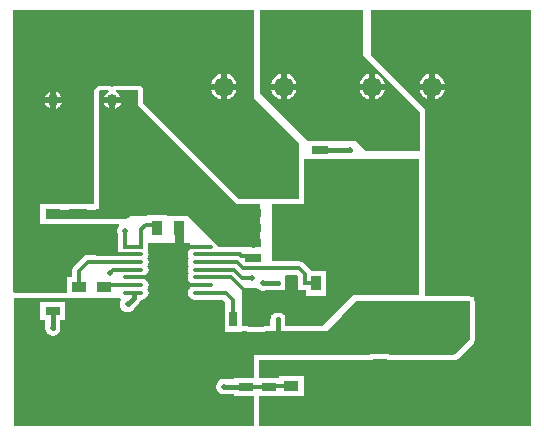
<source format=gtl>
G04*
G04 #@! TF.GenerationSoftware,Altium Limited,Altium Designer,21.6.1 (37)*
G04*
G04 Layer_Physical_Order=1*
G04 Layer_Color=255*
%FSLAX44Y44*%
%MOMM*%
G71*
G04*
G04 #@! TF.SameCoordinates,468A8F93-C8C4-43A0-AE5F-35C49DAE4A20*
G04*
G04*
G04 #@! TF.FilePolarity,Positive*
G04*
G01*
G75*
%ADD15O,1.7800X0.3560*%
%ADD16R,1.7800X0.3560*%
%ADD17R,3.0000X3.1000*%
%ADD18R,1.3000X0.7000*%
%ADD19R,1.3000X0.9000*%
%ADD20R,1.6000X0.9000*%
%ADD21R,0.9000X1.3000*%
%ADD22R,0.4000X0.4000*%
%ADD23R,0.7000X1.3000*%
%ADD24R,1.3720X0.7100*%
%ADD25R,3.8500X4.5200*%
%ADD26R,3.3000X3.6000*%
%ADD27R,0.8000X2.6500*%
%ADD45C,0.3560*%
%ADD46C,0.8000*%
%ADD47C,0.4000*%
%ADD48C,1.0000*%
%ADD49C,1.7000*%
%ADD50C,0.9000*%
%ADD51C,0.5000*%
G36*
X377190Y601980D02*
X461010Y518160D01*
X480060D01*
X480414Y517806D01*
Y481330D01*
X445770D01*
X419100Y508000D01*
X401590D01*
Y508340D01*
X384590D01*
Y508000D01*
X344170D01*
Y511175D01*
Y613410D01*
X344805Y614045D01*
X351969D01*
X352290Y612816D01*
X350570Y611824D01*
X349166Y610420D01*
X348174Y608700D01*
X348064Y608290D01*
X362336D01*
X362226Y608700D01*
X361233Y610420D01*
X359830Y611824D01*
X358110Y612816D01*
X358431Y614045D01*
X377190D01*
X377190Y601980D01*
D02*
G37*
G36*
X567690Y643890D02*
X615682Y595898D01*
Y562610D01*
X570230D01*
X561340Y571500D01*
X520700D01*
X480060Y612140D01*
Y681990D01*
X567690D01*
Y643890D01*
D02*
G37*
G36*
X475615Y607060D02*
X513080Y569595D01*
Y522308D01*
X490220D01*
X488659Y521998D01*
X488618Y521970D01*
X481409D01*
X480060Y522238D01*
X480060Y522238D01*
X462699D01*
X381268Y603669D01*
X381268Y614045D01*
X380958Y615606D01*
X380074Y616929D01*
X378751Y617813D01*
X377190Y618123D01*
X358431D01*
X358155Y618068D01*
X357873Y618085D01*
X357381Y617915D01*
X356870Y617813D01*
X356636Y617656D01*
X356370Y617564D01*
X356083Y617310D01*
X355200Y617036D01*
X354317Y617310D01*
X354030Y617564D01*
X353764Y617656D01*
X353530Y617813D01*
X353019Y617915D01*
X352527Y618085D01*
X352245Y618068D01*
X351969Y618123D01*
X344805D01*
X344805Y618123D01*
X343244Y617813D01*
X341921Y616929D01*
X341286Y616294D01*
X341286Y616294D01*
X340402Y614971D01*
X340092Y613410D01*
X340092Y613410D01*
Y518030D01*
X314390D01*
Y517770D01*
X294300D01*
Y500770D01*
X315300D01*
Y501030D01*
X348726D01*
X349250Y500961D01*
X349774Y501030D01*
X360502D01*
X361028Y499760D01*
X360559Y499291D01*
X359703Y497809D01*
X359260Y496156D01*
Y494444D01*
X359703Y492791D01*
X359867Y492507D01*
Y482290D01*
X359990Y481670D01*
Y476000D01*
X371475D01*
Y474673D01*
X334725D01*
X332469Y474225D01*
X330558Y472947D01*
X323242Y465632D01*
X321965Y463720D01*
X321516Y461465D01*
Y456150D01*
X316909D01*
Y442691D01*
X271780D01*
X271145Y443860D01*
Y444500D01*
Y681990D01*
X475615D01*
Y607060D01*
D02*
G37*
G36*
X614680Y440690D02*
X558800D01*
X532398Y414288D01*
X501348D01*
Y420614D01*
X501230Y421205D01*
Y424074D01*
X500134D01*
X499556Y424939D01*
X497571Y426265D01*
X495230Y426731D01*
X492889Y426265D01*
X490904Y424939D01*
X490326Y424074D01*
X489230D01*
Y421205D01*
X489113Y420614D01*
Y414288D01*
X484360D01*
X483011Y414020D01*
X470709D01*
X469360Y414288D01*
X465360D01*
Y430870D01*
X464820D01*
Y447040D01*
X477294D01*
X477399Y446859D01*
X478609Y445649D01*
X480091Y444793D01*
X481744Y444350D01*
X483456D01*
X484883Y444733D01*
X495230D01*
X495821Y444850D01*
X501230D01*
Y450259D01*
X501348Y450850D01*
X501230Y451441D01*
Y456850D01*
X502166Y457657D01*
X511093D01*
X512230Y456520D01*
Y444850D01*
X519210D01*
Y440350D01*
X536210D01*
Y461350D01*
X523514D01*
X522397Y463022D01*
X517702Y467717D01*
X515790Y468995D01*
X513535Y469443D01*
X490220D01*
Y518230D01*
X517280D01*
Y556260D01*
X614680D01*
Y440690D01*
D02*
G37*
G36*
X421003Y484507D02*
Y479447D01*
X419725Y477535D01*
X419277Y475280D01*
X419725Y473025D01*
X420390Y472030D01*
X419725Y471035D01*
X419277Y468780D01*
X419725Y466525D01*
X420390Y465530D01*
X419725Y464535D01*
X419277Y462280D01*
X419725Y460025D01*
X420390Y459030D01*
X419725Y458035D01*
X419277Y455780D01*
X419725Y453525D01*
X421003Y451613D01*
Y446947D01*
X419725Y445035D01*
X419277Y442780D01*
X419725Y440525D01*
X421003Y438613D01*
X422915Y437335D01*
X425170Y436887D01*
X448859D01*
X450549Y435197D01*
Y430870D01*
X450360D01*
Y409870D01*
X465360D01*
Y410210D01*
X469360D01*
Y409870D01*
X484360D01*
Y410210D01*
X538046D01*
X561440Y435610D01*
X657860D01*
Y402711D01*
X645779Y390630D01*
X644780D01*
Y389890D01*
X589660D01*
Y390630D01*
X573660D01*
Y389890D01*
X474980D01*
Y370205D01*
X458130D01*
Y369338D01*
X451863D01*
X450436Y369720D01*
X448724D01*
X447071Y369277D01*
X445589Y368421D01*
X444379Y367211D01*
X443523Y365729D01*
X443080Y364076D01*
Y362364D01*
X443523Y360711D01*
X444379Y359229D01*
X445589Y358019D01*
X447071Y357163D01*
X448724Y356720D01*
X450436D01*
X451863Y357103D01*
X458130D01*
Y355205D01*
X474980D01*
Y330200D01*
X271780D01*
Y438613D01*
X361603D01*
X362832Y437791D01*
X362926Y436838D01*
X362071Y435356D01*
X361628Y433703D01*
Y431991D01*
X362071Y430338D01*
X362926Y428856D01*
X364137Y427646D01*
X365619Y426790D01*
X367272Y426347D01*
X368983D01*
X370636Y426790D01*
X372119Y427646D01*
X373329Y428856D01*
X374185Y430338D01*
X374260Y430620D01*
X377706Y434066D01*
X379032Y436051D01*
X379198Y436887D01*
X380010D01*
X382265Y437335D01*
X384177Y438613D01*
X385455Y440525D01*
X385903Y442780D01*
X385455Y445035D01*
X384790Y446030D01*
X385455Y447025D01*
X385903Y449280D01*
X385455Y451535D01*
X384177Y453447D01*
X382265Y454725D01*
X380010Y455173D01*
Y456387D01*
X382265Y456835D01*
X384177Y458113D01*
X385455Y460025D01*
X385903Y462280D01*
X385455Y464535D01*
X384790Y465530D01*
X385455Y466525D01*
X385903Y468780D01*
X385455Y471035D01*
X384790Y472030D01*
X385455Y473025D01*
X385794Y474732D01*
X385903Y475280D01*
X385790Y476000D01*
X385790D01*
Y485140D01*
X420370D01*
X421003Y484507D01*
D02*
G37*
G36*
X709930Y330200D02*
X479058D01*
Y336205D01*
X479130D01*
Y351205D01*
X479058D01*
Y355150D01*
X498180D01*
Y355330D01*
X517230D01*
Y372330D01*
X496230D01*
Y370150D01*
X479130D01*
Y370205D01*
X479058D01*
Y385812D01*
X573660D01*
X575221Y386122D01*
X575864Y386552D01*
X587456D01*
X588099Y386122D01*
X589660Y385812D01*
X644780D01*
X646341Y386122D01*
X647589Y386956D01*
X649846D01*
X661670Y398780D01*
Y401362D01*
X661679Y401410D01*
X661938Y402711D01*
X661938Y402712D01*
Y435610D01*
X661670Y436959D01*
Y439420D01*
X659209D01*
X657860Y439688D01*
X619760D01*
Y598170D01*
X574040Y643890D01*
Y681990D01*
X709930D01*
Y330200D01*
D02*
G37*
%LPC*%
G36*
X362336Y603290D02*
X357700D01*
Y598654D01*
X358110Y598764D01*
X359830Y599757D01*
X361233Y601160D01*
X362226Y602880D01*
X362336Y603290D01*
D02*
G37*
G36*
X352700D02*
X348064D01*
X348174Y602880D01*
X349166Y601160D01*
X350570Y599757D01*
X352290Y598764D01*
X352700Y598654D01*
Y603290D01*
D02*
G37*
G36*
X577810Y627980D02*
Y619720D01*
X586070D01*
X585598Y621481D01*
X584144Y623999D01*
X582089Y626054D01*
X579571Y627508D01*
X577810Y627980D01*
D02*
G37*
G36*
X572810D02*
X571049Y627508D01*
X568531Y626054D01*
X566476Y623999D01*
X565022Y621481D01*
X564550Y619720D01*
X572810D01*
Y627980D01*
D02*
G37*
G36*
X502880D02*
Y619720D01*
X511140D01*
X510668Y621481D01*
X509214Y623999D01*
X507159Y626054D01*
X504641Y627508D01*
X502880Y627980D01*
D02*
G37*
G36*
X497880D02*
X496119Y627508D01*
X493601Y626054D01*
X491546Y623999D01*
X490092Y621481D01*
X489620Y619720D01*
X497880D01*
Y627980D01*
D02*
G37*
G36*
X586070Y614720D02*
X577810D01*
Y606460D01*
X579571Y606932D01*
X582089Y608386D01*
X584144Y610441D01*
X585598Y612959D01*
X586070Y614720D01*
D02*
G37*
G36*
X572810D02*
X564550D01*
X565022Y612959D01*
X566476Y610441D01*
X568531Y608386D01*
X571049Y606932D01*
X572810Y606460D01*
Y614720D01*
D02*
G37*
G36*
X511140D02*
X502880D01*
Y606460D01*
X504641Y606932D01*
X507159Y608386D01*
X509214Y610441D01*
X510668Y612959D01*
X511140Y614720D01*
D02*
G37*
G36*
X497880D02*
X489620D01*
X490092Y612959D01*
X491546Y610441D01*
X493601Y608386D01*
X496119Y606932D01*
X497880Y606460D01*
Y614720D01*
D02*
G37*
G36*
X452080Y627980D02*
Y619720D01*
X460340D01*
X459868Y621481D01*
X458414Y623999D01*
X456359Y626054D01*
X453841Y627508D01*
X452080Y627980D01*
D02*
G37*
G36*
X447080D02*
X445319Y627508D01*
X442801Y626054D01*
X440746Y623999D01*
X439292Y621481D01*
X438820Y619720D01*
X447080D01*
Y627980D01*
D02*
G37*
G36*
X307700Y612926D02*
Y608290D01*
X312336D01*
X312226Y608700D01*
X311234Y610420D01*
X309830Y611824D01*
X308110Y612816D01*
X307700Y612926D01*
D02*
G37*
G36*
X302700D02*
X302290Y612816D01*
X300570Y611824D01*
X299167Y610420D01*
X298174Y608700D01*
X298064Y608290D01*
X302700D01*
Y612926D01*
D02*
G37*
G36*
X460340Y614720D02*
X452080D01*
Y606460D01*
X453841Y606932D01*
X456359Y608386D01*
X458414Y610441D01*
X459868Y612959D01*
X460340Y614720D01*
D02*
G37*
G36*
X447080D02*
X438820D01*
X439292Y612959D01*
X440746Y610441D01*
X442801Y608386D01*
X445319Y606932D01*
X447080Y606460D01*
Y614720D01*
D02*
G37*
G36*
X312336Y603290D02*
X307700D01*
Y598654D01*
X308110Y598764D01*
X309830Y599757D01*
X311234Y601160D01*
X312226Y602880D01*
X312336Y603290D01*
D02*
G37*
G36*
X302700D02*
X298064D01*
X298174Y602880D01*
X299167Y601160D01*
X300570Y599757D01*
X302290Y598764D01*
X302700Y598654D01*
Y603290D01*
D02*
G37*
G36*
X315300Y435013D02*
X294300D01*
Y420013D01*
X298682D01*
Y415033D01*
X298300Y413606D01*
Y411894D01*
X298743Y410241D01*
X299599Y408759D01*
X300809Y407549D01*
X302291Y406693D01*
X303944Y406250D01*
X305656D01*
X307309Y406693D01*
X308791Y407549D01*
X310001Y408759D01*
X310857Y410241D01*
X311300Y411894D01*
Y413606D01*
X310917Y415033D01*
Y420013D01*
X315300D01*
Y435013D01*
D02*
G37*
G36*
X628610Y627980D02*
Y619720D01*
X636870D01*
X636398Y621481D01*
X634944Y623999D01*
X632889Y626054D01*
X630371Y627508D01*
X628610Y627980D01*
D02*
G37*
G36*
X623610D02*
X621849Y627508D01*
X619331Y626054D01*
X617276Y623999D01*
X615822Y621481D01*
X615350Y619720D01*
X623610D01*
Y627980D01*
D02*
G37*
G36*
X636870Y614720D02*
X628610D01*
Y606460D01*
X630371Y606932D01*
X632889Y608386D01*
X634944Y610441D01*
X636398Y612959D01*
X636870Y614720D01*
D02*
G37*
G36*
X623610D02*
X615350D01*
X615822Y612959D01*
X617276Y610441D01*
X619331Y608386D01*
X621849Y606932D01*
X623610Y606460D01*
Y614720D01*
D02*
G37*
%LPD*%
D15*
X372890Y442780D02*
D03*
Y455780D02*
D03*
Y449280D02*
D03*
Y475280D02*
D03*
Y462280D02*
D03*
Y468780D02*
D03*
X432290Y462280D02*
D03*
Y442780D02*
D03*
Y455780D02*
D03*
Y449280D02*
D03*
Y475280D02*
D03*
Y468780D02*
D03*
Y481780D02*
D03*
D16*
X372890D02*
D03*
D17*
X402590Y462280D02*
D03*
D18*
X304800Y427513D02*
D03*
Y446513D02*
D03*
X487680Y362650D02*
D03*
Y343650D02*
D03*
X468630Y362705D02*
D03*
Y343705D02*
D03*
D19*
X327409Y428650D02*
D03*
Y447650D02*
D03*
X347980Y428650D02*
D03*
Y447650D02*
D03*
X304800Y490270D02*
D03*
Y509270D02*
D03*
X506730Y363830D02*
D03*
Y344830D02*
D03*
D20*
X349250Y478530D02*
D03*
Y509530D02*
D03*
X326390Y478530D02*
D03*
Y509530D02*
D03*
D21*
X412090Y497840D02*
D03*
X393090D02*
D03*
X527710Y450850D02*
D03*
X546710D02*
D03*
D22*
X495230Y418074D02*
D03*
X518230D02*
D03*
Y450850D02*
D03*
X495230D02*
D03*
D23*
X457860Y420370D02*
D03*
X476860D02*
D03*
D24*
X531765Y497840D02*
D03*
Y485140D02*
D03*
X531495Y510540D02*
D03*
X531765Y472440D02*
D03*
X474075Y485140D02*
D03*
Y510540D02*
D03*
Y497840D02*
D03*
Y472440D02*
D03*
X531500Y551180D02*
D03*
Y538480D02*
D03*
Y563880D02*
D03*
Y525780D02*
D03*
X473810Y538480D02*
D03*
Y563880D02*
D03*
Y551180D02*
D03*
X474080Y525780D02*
D03*
D25*
X511545Y491490D02*
D03*
X494030Y544830D02*
D03*
D26*
X667670Y504190D02*
D03*
X592170D02*
D03*
D27*
X652780Y421640D02*
D03*
Y373380D02*
D03*
X581660Y421640D02*
D03*
Y373380D02*
D03*
D45*
X432290Y442780D02*
X451300D01*
X457860Y420370D02*
Y436220D01*
X451300Y442780D02*
X457860Y436220D01*
X383540Y500380D02*
X393090D01*
X465480Y363220D02*
X487110D01*
X413385Y473075D02*
X415810Y475500D01*
X458494Y462140D02*
X461174Y459460D01*
X441285Y462280D02*
X441425Y462140D01*
X458494D01*
X432290Y462280D02*
X441285D01*
X439420Y475420D02*
X463202D01*
X464412Y474210D01*
X472305D02*
X474075Y472440D01*
X432290Y468780D02*
X460848D01*
X464412Y474210D02*
X472305D01*
X455859Y455780D02*
X476860Y434779D01*
X432290Y455780D02*
X455859D01*
X461174Y459460D02*
X461189D01*
X476860Y423370D02*
Y434779D01*
X334725Y468780D02*
X372890D01*
X327409Y461465D02*
X334725Y468780D01*
X466093Y463550D02*
X513535D01*
X465333Y464310D02*
X466093Y463550D01*
X513535D02*
X518230Y458855D01*
X465318Y464310D02*
X465333D01*
X460848Y468780D02*
X465318Y464310D01*
X461189Y459460D02*
X465379Y455270D01*
X473710D01*
X518230Y452120D02*
Y458855D01*
Y450850D02*
X527710D01*
X342060Y475280D02*
X365760D01*
X413346Y473036D02*
X413385Y473075D01*
X414020D01*
X413306D02*
X413385D01*
X395455Y455780D02*
X396090D01*
X372890D02*
X395455D01*
X389370Y449060D02*
X391478Y451167D01*
X327409Y427247D02*
X349250D01*
X353060Y459740D02*
X353471D01*
X356011Y462280D01*
X372890D01*
X327409Y449580D02*
Y461465D01*
X402590Y462280D02*
X403590Y463280D01*
X406400Y462280D02*
X414280Y454400D01*
Y451745D02*
Y454400D01*
X402590Y462280D02*
X406400D01*
X414020Y451485D02*
X414280Y451745D01*
X416128Y450742D02*
X417590Y449280D01*
X403551Y463319D02*
X413306Y473075D01*
X415810Y475500D02*
Y479540D01*
X417590Y449280D02*
X432290D01*
X396090Y455780D02*
X402590Y462280D01*
X391160Y451485D02*
X395455Y455780D01*
X349250Y427247D02*
X351970Y424527D01*
X372449D01*
X389370Y441449D01*
X488860Y363830D02*
X506730D01*
X487680Y362650D02*
X488860Y363830D01*
X487110Y363220D02*
X487680Y362650D01*
X399004Y462371D02*
X399095Y462280D01*
X396090Y455780D02*
Y459457D01*
X399004Y462371D01*
X415810Y479540D02*
X418050Y481780D01*
X399095Y462280D02*
X402590D01*
X418050Y481780D02*
X432290D01*
X476860Y420370D02*
Y423370D01*
X379730Y496570D02*
X383540Y500380D01*
X379730Y482600D02*
Y496570D01*
X348280Y449280D02*
X372890D01*
X347980Y449580D02*
X348280Y449280D01*
X389370Y441449D02*
Y449060D01*
X365760Y482290D02*
Y495300D01*
D46*
X429449Y510540D02*
X474075D01*
X412090Y483210D02*
Y497840D01*
X410210Y481330D02*
X412090Y483210D01*
X428849Y511140D02*
X429449Y510540D01*
X365760Y509270D02*
X369570Y513080D01*
X349250Y509030D02*
X349490Y509270D01*
X326390Y509530D02*
X349250D01*
X304800Y509270D02*
X304930Y509400D01*
X326260D01*
X326390Y509530D01*
X349490Y509270D02*
X365760D01*
X474075Y497840D02*
Y510540D01*
Y485140D02*
Y497840D01*
D47*
X482871Y450850D02*
X495230D01*
Y407914D02*
Y420614D01*
X306680Y491490D02*
X327660D01*
X304800Y489610D02*
X306680Y491490D01*
X327660D02*
X339090Y480060D01*
X581660Y421640D02*
X646430D01*
X571500D02*
X581660D01*
X683260Y419460D02*
Y445770D01*
X579120Y374650D02*
X647700D01*
Y383900D02*
X683260Y419460D01*
X654960Y474070D02*
X683260Y445770D01*
X475827Y563880D02*
X476250Y563457D01*
X487154Y551180D02*
Y552553D01*
X461010Y565150D02*
X473810D01*
X284410Y487680D02*
X304800D01*
X281940Y504120D02*
X300920Y485140D01*
X305200Y579520D02*
Y605790D01*
X473810Y563880D02*
X475827D01*
X487154Y551180D02*
X487680D01*
X414020Y451485D02*
X415446Y450059D01*
Y449424D02*
Y450059D01*
X515620Y497840D02*
X516890Y496570D01*
X515620Y497840D02*
Y500590D01*
X515197Y494877D02*
X516890Y496570D01*
X515620Y500590D02*
X521760Y506730D01*
X525780Y474980D02*
X525915D01*
X525780D02*
X527050Y476250D01*
Y506730D02*
X527050Y506730D01*
X521760Y506730D02*
X527050D01*
X525915Y474980D02*
X527118Y473778D01*
X520132Y478088D02*
X525212D01*
X527118Y471102D02*
Y473778D01*
X527050Y506730D02*
X531495D01*
X527118Y471102D02*
X529590Y468630D01*
X525212Y478088D02*
X527050Y476250D01*
X531495Y506730D02*
Y510540D01*
Y506730D02*
X585470D01*
X647700Y374650D02*
X650240D01*
X575310D02*
X579120D01*
X368128Y433139D02*
X373380Y438392D01*
X368128Y432847D02*
Y433139D01*
X373380Y438392D02*
Y442560D01*
X449872Y363220D02*
X465480D01*
X579120Y374650D02*
X647700D01*
X654960Y504190D02*
Y574400D01*
X281940Y556260D02*
X305200Y579520D01*
X281940Y504120D02*
Y556260D01*
X530345Y525780D02*
X531500D01*
X528795Y524230D02*
X530345Y525780D01*
X528795Y512090D02*
Y524230D01*
X585470Y506730D02*
X591177Y501023D01*
X532130Y538480D02*
Y552325D01*
X531765Y469900D02*
X537410Y464255D01*
X531057Y427990D02*
X537410Y434343D01*
X654960Y474070D02*
Y504190D01*
X436880Y363220D02*
Y383540D01*
Y363220D02*
X447650Y352450D01*
X468630D01*
X304800Y489610D02*
X306444D01*
X412750Y393700D02*
Y433025D01*
X435565Y410210D01*
X412750Y433025D02*
Y448310D01*
X429260Y391160D02*
X436880Y383540D01*
X304800Y412750D02*
Y427513D01*
X475325Y485140D02*
X476875Y486690D01*
X474075Y485140D02*
X475325D01*
X519430Y427990D02*
X531057D01*
X491635D02*
X492015Y428370D01*
X481480Y427990D02*
X491635D01*
X492015Y428370D02*
X519050D01*
X519430Y427990D01*
X647700Y422910D02*
Y432160D01*
X531500Y563880D02*
X556260D01*
X449580Y576580D02*
X461010Y565150D01*
X531500Y525780D02*
Y538480D01*
X561340Y411480D02*
X571500Y421640D01*
X647700Y374650D02*
Y383900D01*
X574040Y373380D02*
X575310Y374650D01*
X500380Y617220D02*
X575310D01*
X623570Y605790D02*
Y614680D01*
X626110Y617220D01*
X449580Y576580D02*
Y617220D01*
X519500Y420370D02*
Y427920D01*
X519430Y427990D02*
X519500Y427920D01*
X476860Y423370D02*
X481480Y427990D01*
X623570Y605790D02*
X654960Y574400D01*
X646430Y421640D02*
X647700Y422910D01*
D48*
X355200Y605790D02*
D03*
X305200D02*
D03*
D49*
X626110Y617220D02*
D03*
X575310D02*
D03*
X500380D02*
D03*
X449580D02*
D03*
D50*
X355256Y594360D02*
D03*
X369570D02*
D03*
Y605846D02*
D03*
D51*
X482600Y450850D02*
D03*
X473710Y455270D02*
D03*
X508000Y526463D02*
D03*
Y563880D02*
D03*
X497417Y526463D02*
D03*
Y538935D02*
D03*
X486833D02*
D03*
X476250D02*
D03*
X508000D02*
D03*
X497417Y551408D02*
D03*
X486833D02*
D03*
X476250D02*
D03*
X508000D02*
D03*
X486833Y563880D02*
D03*
X497417D02*
D03*
X476250D02*
D03*
Y526463D02*
D03*
X486833D02*
D03*
X353060Y459740D02*
D03*
X402590Y451485D02*
D03*
Y473075D02*
D03*
Y462280D02*
D03*
X414020Y473075D02*
D03*
Y451485D02*
D03*
Y462280D02*
D03*
X391160Y451485D02*
D03*
Y473075D02*
D03*
Y462280D02*
D03*
X516890Y476250D02*
D03*
Y506730D02*
D03*
Y496570D02*
D03*
Y486410D02*
D03*
X527050Y476250D02*
D03*
Y506730D02*
D03*
Y486410D02*
D03*
Y496570D02*
D03*
X496570Y506730D02*
D03*
Y486410D02*
D03*
Y476250D02*
D03*
Y496570D02*
D03*
X368128Y432847D02*
D03*
X449580Y363220D02*
D03*
X506730Y476250D02*
D03*
Y496570D02*
D03*
Y486410D02*
D03*
Y506730D02*
D03*
X304800Y412750D02*
D03*
X556260Y563880D02*
D03*
X365760Y495300D02*
D03*
M02*

</source>
